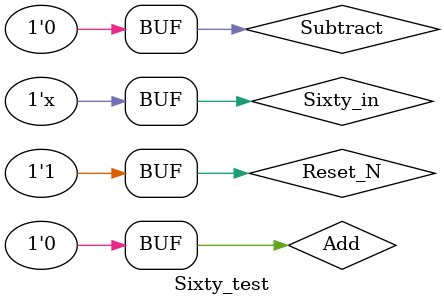
<source format=v>

module Sixty_test();

reg Reset_N,Sixty_in,Add,Subtract;
wire Sixty_out;
wire[0:5] count;
initial
begin
	Reset_N <= 0;
	Sixty_in <= 0;
	Add <= 0;
	Subtract <= 0;
	#10 Reset_N <= 1;
end

always #10 Sixty_in <= ~Sixty_in;
//always begin #210  Add <= 1; #1 Add <= 0;end

Sixty m1(Reset_N,Sixty_in,Add,Subtract,Sixty_out,count);
//Sixty(Reset_N,Sixty_in,Add,Subtract,Sixty_out,count)

endmodule

</source>
